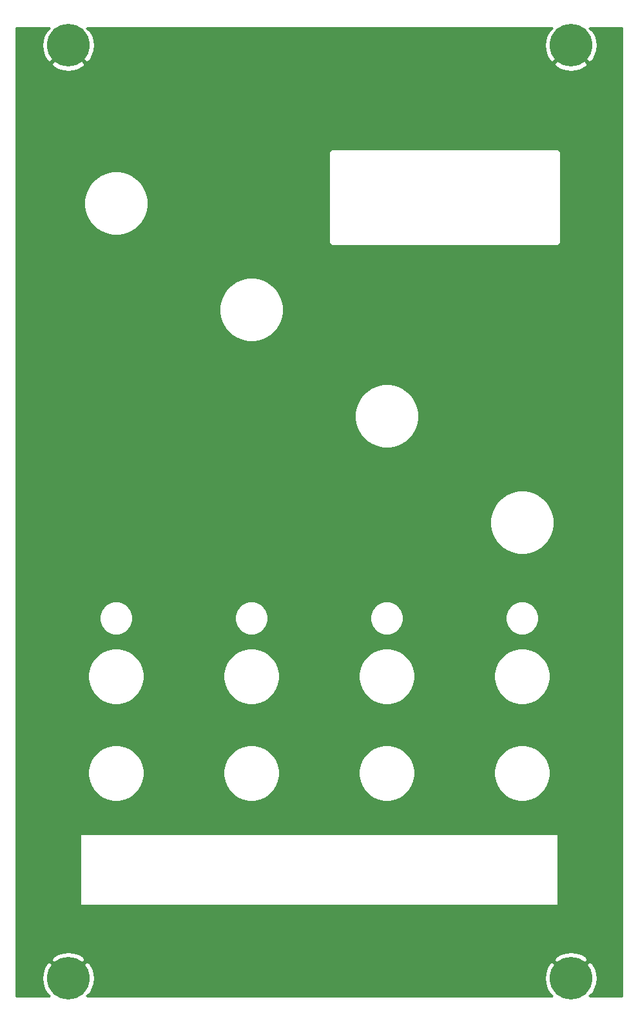
<source format=gbr>
G04 #@! TF.GenerationSoftware,KiCad,Pcbnew,5.1.6-c6e7f7d~87~ubuntu18.04.1*
G04 #@! TF.CreationDate,2020-08-19T11:01:40-04:00*
G04 #@! TF.ProjectId,qual_ADSR_front_panel,7175616c-5f41-4445-9352-5f66726f6e74,0*
G04 #@! TF.SameCoordinates,Original*
G04 #@! TF.FileFunction,Copper,L1,Top*
G04 #@! TF.FilePolarity,Positive*
%FSLAX46Y46*%
G04 Gerber Fmt 4.6, Leading zero omitted, Abs format (unit mm)*
G04 Created by KiCad (PCBNEW 5.1.6-c6e7f7d~87~ubuntu18.04.1) date 2020-08-19 11:01:40*
%MOMM*%
%LPD*%
G01*
G04 APERTURE LIST*
G04 #@! TA.AperFunction,ComponentPad*
%ADD10C,5.600000*%
G04 #@! TD*
G04 #@! TA.AperFunction,Conductor*
%ADD11C,0.254000*%
G04 #@! TD*
G04 APERTURE END LIST*
D10*
X73540000Y-125500000D03*
X73540000Y-3000000D03*
X7500000Y-125500000D03*
X7500000Y-3000000D03*
D11*
G36*
X5083517Y-763125D02*
G01*
X4634823Y-1075308D01*
X4314388Y-1671259D01*
X4116374Y-2318273D01*
X4048390Y-2991484D01*
X4113051Y-3665023D01*
X4307870Y-4313006D01*
X4625361Y-4910530D01*
X4634823Y-4924692D01*
X5083519Y-5236876D01*
X7320395Y-3000000D01*
X7306253Y-2985858D01*
X7485858Y-2806253D01*
X7500000Y-2820395D01*
X7514143Y-2806253D01*
X7693748Y-2985858D01*
X7679605Y-3000000D01*
X9916481Y-5236876D01*
X10365177Y-4924692D01*
X10685612Y-4328741D01*
X10883626Y-3681727D01*
X10951610Y-3008516D01*
X10886949Y-2334977D01*
X10692130Y-1686994D01*
X10374639Y-1089470D01*
X10365177Y-1075308D01*
X9916483Y-763125D01*
X10019608Y-660000D01*
X71020392Y-660000D01*
X71123517Y-763125D01*
X70674823Y-1075308D01*
X70354388Y-1671259D01*
X70156374Y-2318273D01*
X70088390Y-2991484D01*
X70153051Y-3665023D01*
X70347870Y-4313006D01*
X70665361Y-4910530D01*
X70674823Y-4924692D01*
X71123519Y-5236876D01*
X73360395Y-3000000D01*
X73346253Y-2985858D01*
X73525858Y-2806253D01*
X73540000Y-2820395D01*
X73554143Y-2806253D01*
X73733748Y-2985858D01*
X73719605Y-3000000D01*
X75956481Y-5236876D01*
X76405177Y-4924692D01*
X76725612Y-4328741D01*
X76923626Y-3681727D01*
X76991610Y-3008516D01*
X76926949Y-2334977D01*
X76732130Y-1686994D01*
X76414639Y-1089470D01*
X76405177Y-1075308D01*
X75956483Y-763125D01*
X76059608Y-660000D01*
X80240000Y-660000D01*
X80240001Y-127840000D01*
X76059608Y-127840000D01*
X75956483Y-127736875D01*
X76405177Y-127424692D01*
X76725612Y-126828741D01*
X76923626Y-126181727D01*
X76991610Y-125508516D01*
X76926949Y-124834977D01*
X76732130Y-124186994D01*
X76414639Y-123589470D01*
X76405177Y-123575308D01*
X75956481Y-123263124D01*
X73719605Y-125500000D01*
X73733748Y-125514143D01*
X73554143Y-125693748D01*
X73540000Y-125679605D01*
X73525858Y-125693748D01*
X73346253Y-125514143D01*
X73360395Y-125500000D01*
X71123519Y-123263124D01*
X70674823Y-123575308D01*
X70354388Y-124171259D01*
X70156374Y-124818273D01*
X70088390Y-125491484D01*
X70153051Y-126165023D01*
X70347870Y-126813006D01*
X70665361Y-127410530D01*
X70674823Y-127424692D01*
X71123517Y-127736875D01*
X71020392Y-127840000D01*
X10019608Y-127840000D01*
X9916483Y-127736875D01*
X10365177Y-127424692D01*
X10685612Y-126828741D01*
X10883626Y-126181727D01*
X10951610Y-125508516D01*
X10886949Y-124834977D01*
X10692130Y-124186994D01*
X10374639Y-123589470D01*
X10365177Y-123575308D01*
X9916481Y-123263124D01*
X7679605Y-125500000D01*
X7693748Y-125514143D01*
X7514143Y-125693748D01*
X7500000Y-125679605D01*
X7485858Y-125693748D01*
X7306253Y-125514143D01*
X7320395Y-125500000D01*
X5083519Y-123263124D01*
X4634823Y-123575308D01*
X4314388Y-124171259D01*
X4116374Y-124818273D01*
X4048390Y-125491484D01*
X4113051Y-126165023D01*
X4307870Y-126813006D01*
X4625361Y-127410530D01*
X4634823Y-127424692D01*
X5083517Y-127736875D01*
X4980392Y-127840000D01*
X660000Y-127840000D01*
X660000Y-123083519D01*
X5263124Y-123083519D01*
X7500000Y-125320395D01*
X9736876Y-123083519D01*
X71303124Y-123083519D01*
X73540000Y-125320395D01*
X75776876Y-123083519D01*
X75464692Y-122634823D01*
X74868741Y-122314388D01*
X74221727Y-122116374D01*
X73548516Y-122048390D01*
X72874977Y-122113051D01*
X72226994Y-122307870D01*
X71629470Y-122625361D01*
X71615308Y-122634823D01*
X71303124Y-123083519D01*
X9736876Y-123083519D01*
X9424692Y-122634823D01*
X8828741Y-122314388D01*
X8181727Y-122116374D01*
X7508516Y-122048390D01*
X6834977Y-122113051D01*
X6186994Y-122307870D01*
X5589470Y-122625361D01*
X5575308Y-122634823D01*
X5263124Y-123083519D01*
X660000Y-123083519D01*
X660000Y-106654600D01*
X9067800Y-106654600D01*
X9067800Y-115824000D01*
X9070240Y-115848776D01*
X9077467Y-115872601D01*
X9089203Y-115894557D01*
X9104997Y-115913803D01*
X9124243Y-115929597D01*
X9146199Y-115941333D01*
X9170024Y-115948560D01*
X9194800Y-115951000D01*
X71704200Y-115951000D01*
X71728976Y-115948560D01*
X71752801Y-115941333D01*
X71774757Y-115929597D01*
X71794003Y-115913803D01*
X71809797Y-115894557D01*
X71821533Y-115872601D01*
X71828760Y-115848776D01*
X71831200Y-115824000D01*
X71831200Y-106654600D01*
X71828760Y-106629824D01*
X71821533Y-106605999D01*
X71809797Y-106584043D01*
X71794003Y-106564797D01*
X71774757Y-106549003D01*
X71752801Y-106537267D01*
X71728976Y-106530040D01*
X71704200Y-106527600D01*
X9194800Y-106527600D01*
X9170024Y-106530040D01*
X9146199Y-106537267D01*
X9124243Y-106549003D01*
X9104997Y-106564797D01*
X9089203Y-106584043D01*
X9077467Y-106605999D01*
X9070240Y-106629824D01*
X9067800Y-106654600D01*
X660000Y-106654600D01*
X660000Y-98174396D01*
X10067961Y-98174396D01*
X10067961Y-98905604D01*
X10210613Y-99622762D01*
X10490434Y-100298310D01*
X10896671Y-100906287D01*
X11413713Y-101423329D01*
X12021690Y-101829566D01*
X12697238Y-102109387D01*
X13414396Y-102252039D01*
X14145604Y-102252039D01*
X14862762Y-102109387D01*
X15538310Y-101829566D01*
X16146287Y-101423329D01*
X16663329Y-100906287D01*
X17069566Y-100298310D01*
X17349387Y-99622762D01*
X17492039Y-98905604D01*
X17492039Y-98174396D01*
X27847961Y-98174396D01*
X27847961Y-98905604D01*
X27990613Y-99622762D01*
X28270434Y-100298310D01*
X28676671Y-100906287D01*
X29193713Y-101423329D01*
X29801690Y-101829566D01*
X30477238Y-102109387D01*
X31194396Y-102252039D01*
X31925604Y-102252039D01*
X32642762Y-102109387D01*
X33318310Y-101829566D01*
X33926287Y-101423329D01*
X34443329Y-100906287D01*
X34849566Y-100298310D01*
X35129387Y-99622762D01*
X35272039Y-98905604D01*
X35272039Y-98174396D01*
X45627961Y-98174396D01*
X45627961Y-98905604D01*
X45770613Y-99622762D01*
X46050434Y-100298310D01*
X46456671Y-100906287D01*
X46973713Y-101423329D01*
X47581690Y-101829566D01*
X48257238Y-102109387D01*
X48974396Y-102252039D01*
X49705604Y-102252039D01*
X50422762Y-102109387D01*
X51098310Y-101829566D01*
X51706287Y-101423329D01*
X52223329Y-100906287D01*
X52629566Y-100298310D01*
X52909387Y-99622762D01*
X53052039Y-98905604D01*
X53052039Y-98174396D01*
X63407961Y-98174396D01*
X63407961Y-98905604D01*
X63550613Y-99622762D01*
X63830434Y-100298310D01*
X64236671Y-100906287D01*
X64753713Y-101423329D01*
X65361690Y-101829566D01*
X66037238Y-102109387D01*
X66754396Y-102252039D01*
X67485604Y-102252039D01*
X68202762Y-102109387D01*
X68878310Y-101829566D01*
X69486287Y-101423329D01*
X70003329Y-100906287D01*
X70409566Y-100298310D01*
X70689387Y-99622762D01*
X70832039Y-98905604D01*
X70832039Y-98174396D01*
X70689387Y-97457238D01*
X70409566Y-96781690D01*
X70003329Y-96173713D01*
X69486287Y-95656671D01*
X68878310Y-95250434D01*
X68202762Y-94970613D01*
X67485604Y-94827961D01*
X66754396Y-94827961D01*
X66037238Y-94970613D01*
X65361690Y-95250434D01*
X64753713Y-95656671D01*
X64236671Y-96173713D01*
X63830434Y-96781690D01*
X63550613Y-97457238D01*
X63407961Y-98174396D01*
X53052039Y-98174396D01*
X52909387Y-97457238D01*
X52629566Y-96781690D01*
X52223329Y-96173713D01*
X51706287Y-95656671D01*
X51098310Y-95250434D01*
X50422762Y-94970613D01*
X49705604Y-94827961D01*
X48974396Y-94827961D01*
X48257238Y-94970613D01*
X47581690Y-95250434D01*
X46973713Y-95656671D01*
X46456671Y-96173713D01*
X46050434Y-96781690D01*
X45770613Y-97457238D01*
X45627961Y-98174396D01*
X35272039Y-98174396D01*
X35129387Y-97457238D01*
X34849566Y-96781690D01*
X34443329Y-96173713D01*
X33926287Y-95656671D01*
X33318310Y-95250434D01*
X32642762Y-94970613D01*
X31925604Y-94827961D01*
X31194396Y-94827961D01*
X30477238Y-94970613D01*
X29801690Y-95250434D01*
X29193713Y-95656671D01*
X28676671Y-96173713D01*
X28270434Y-96781690D01*
X27990613Y-97457238D01*
X27847961Y-98174396D01*
X17492039Y-98174396D01*
X17349387Y-97457238D01*
X17069566Y-96781690D01*
X16663329Y-96173713D01*
X16146287Y-95656671D01*
X15538310Y-95250434D01*
X14862762Y-94970613D01*
X14145604Y-94827961D01*
X13414396Y-94827961D01*
X12697238Y-94970613D01*
X12021690Y-95250434D01*
X11413713Y-95656671D01*
X10896671Y-96173713D01*
X10490434Y-96781690D01*
X10210613Y-97457238D01*
X10067961Y-98174396D01*
X660000Y-98174396D01*
X660000Y-85474396D01*
X10067961Y-85474396D01*
X10067961Y-86205604D01*
X10210613Y-86922762D01*
X10490434Y-87598310D01*
X10896671Y-88206287D01*
X11413713Y-88723329D01*
X12021690Y-89129566D01*
X12697238Y-89409387D01*
X13414396Y-89552039D01*
X14145604Y-89552039D01*
X14862762Y-89409387D01*
X15538310Y-89129566D01*
X16146287Y-88723329D01*
X16663329Y-88206287D01*
X17069566Y-87598310D01*
X17349387Y-86922762D01*
X17492039Y-86205604D01*
X17492039Y-85474396D01*
X27847961Y-85474396D01*
X27847961Y-86205604D01*
X27990613Y-86922762D01*
X28270434Y-87598310D01*
X28676671Y-88206287D01*
X29193713Y-88723329D01*
X29801690Y-89129566D01*
X30477238Y-89409387D01*
X31194396Y-89552039D01*
X31925604Y-89552039D01*
X32642762Y-89409387D01*
X33318310Y-89129566D01*
X33926287Y-88723329D01*
X34443329Y-88206287D01*
X34849566Y-87598310D01*
X35129387Y-86922762D01*
X35272039Y-86205604D01*
X35272039Y-85474396D01*
X45627961Y-85474396D01*
X45627961Y-86205604D01*
X45770613Y-86922762D01*
X46050434Y-87598310D01*
X46456671Y-88206287D01*
X46973713Y-88723329D01*
X47581690Y-89129566D01*
X48257238Y-89409387D01*
X48974396Y-89552039D01*
X49705604Y-89552039D01*
X50422762Y-89409387D01*
X51098310Y-89129566D01*
X51706287Y-88723329D01*
X52223329Y-88206287D01*
X52629566Y-87598310D01*
X52909387Y-86922762D01*
X53052039Y-86205604D01*
X53052039Y-85474396D01*
X63407961Y-85474396D01*
X63407961Y-86205604D01*
X63550613Y-86922762D01*
X63830434Y-87598310D01*
X64236671Y-88206287D01*
X64753713Y-88723329D01*
X65361690Y-89129566D01*
X66037238Y-89409387D01*
X66754396Y-89552039D01*
X67485604Y-89552039D01*
X68202762Y-89409387D01*
X68878310Y-89129566D01*
X69486287Y-88723329D01*
X70003329Y-88206287D01*
X70409566Y-87598310D01*
X70689387Y-86922762D01*
X70832039Y-86205604D01*
X70832039Y-85474396D01*
X70689387Y-84757238D01*
X70409566Y-84081690D01*
X70003329Y-83473713D01*
X69486287Y-82956671D01*
X68878310Y-82550434D01*
X68202762Y-82270613D01*
X67485604Y-82127961D01*
X66754396Y-82127961D01*
X66037238Y-82270613D01*
X65361690Y-82550434D01*
X64753713Y-82956671D01*
X64236671Y-83473713D01*
X63830434Y-84081690D01*
X63550613Y-84757238D01*
X63407961Y-85474396D01*
X53052039Y-85474396D01*
X52909387Y-84757238D01*
X52629566Y-84081690D01*
X52223329Y-83473713D01*
X51706287Y-82956671D01*
X51098310Y-82550434D01*
X50422762Y-82270613D01*
X49705604Y-82127961D01*
X48974396Y-82127961D01*
X48257238Y-82270613D01*
X47581690Y-82550434D01*
X46973713Y-82956671D01*
X46456671Y-83473713D01*
X46050434Y-84081690D01*
X45770613Y-84757238D01*
X45627961Y-85474396D01*
X35272039Y-85474396D01*
X35129387Y-84757238D01*
X34849566Y-84081690D01*
X34443329Y-83473713D01*
X33926287Y-82956671D01*
X33318310Y-82550434D01*
X32642762Y-82270613D01*
X31925604Y-82127961D01*
X31194396Y-82127961D01*
X30477238Y-82270613D01*
X29801690Y-82550434D01*
X29193713Y-82956671D01*
X28676671Y-83473713D01*
X28270434Y-84081690D01*
X27990613Y-84757238D01*
X27847961Y-85474396D01*
X17492039Y-85474396D01*
X17349387Y-84757238D01*
X17069566Y-84081690D01*
X16663329Y-83473713D01*
X16146287Y-82956671D01*
X15538310Y-82550434D01*
X14862762Y-82270613D01*
X14145604Y-82127961D01*
X13414396Y-82127961D01*
X12697238Y-82270613D01*
X12021690Y-82550434D01*
X11413713Y-82956671D01*
X10896671Y-83473713D01*
X10490434Y-84081690D01*
X10210613Y-84757238D01*
X10067961Y-85474396D01*
X660000Y-85474396D01*
X660000Y-78001422D01*
X11560738Y-78001422D01*
X11560738Y-78438578D01*
X11646023Y-78867335D01*
X11813316Y-79271215D01*
X12056187Y-79634697D01*
X12365303Y-79943813D01*
X12728785Y-80186684D01*
X13132665Y-80353977D01*
X13561422Y-80439262D01*
X13998578Y-80439262D01*
X14427335Y-80353977D01*
X14831215Y-80186684D01*
X15194697Y-79943813D01*
X15503813Y-79634697D01*
X15746684Y-79271215D01*
X15913977Y-78867335D01*
X15999262Y-78438578D01*
X15999262Y-78001422D01*
X29340738Y-78001422D01*
X29340738Y-78438578D01*
X29426023Y-78867335D01*
X29593316Y-79271215D01*
X29836187Y-79634697D01*
X30145303Y-79943813D01*
X30508785Y-80186684D01*
X30912665Y-80353977D01*
X31341422Y-80439262D01*
X31778578Y-80439262D01*
X32207335Y-80353977D01*
X32611215Y-80186684D01*
X32974697Y-79943813D01*
X33283813Y-79634697D01*
X33526684Y-79271215D01*
X33693977Y-78867335D01*
X33779262Y-78438578D01*
X33779262Y-78001422D01*
X47120738Y-78001422D01*
X47120738Y-78438578D01*
X47206023Y-78867335D01*
X47373316Y-79271215D01*
X47616187Y-79634697D01*
X47925303Y-79943813D01*
X48288785Y-80186684D01*
X48692665Y-80353977D01*
X49121422Y-80439262D01*
X49558578Y-80439262D01*
X49987335Y-80353977D01*
X50391215Y-80186684D01*
X50754697Y-79943813D01*
X51063813Y-79634697D01*
X51306684Y-79271215D01*
X51473977Y-78867335D01*
X51559262Y-78438578D01*
X51559262Y-78001422D01*
X64900738Y-78001422D01*
X64900738Y-78438578D01*
X64986023Y-78867335D01*
X65153316Y-79271215D01*
X65396187Y-79634697D01*
X65705303Y-79943813D01*
X66068785Y-80186684D01*
X66472665Y-80353977D01*
X66901422Y-80439262D01*
X67338578Y-80439262D01*
X67767335Y-80353977D01*
X68171215Y-80186684D01*
X68534697Y-79943813D01*
X68843813Y-79634697D01*
X69086684Y-79271215D01*
X69253977Y-78867335D01*
X69339262Y-78438578D01*
X69339262Y-78001422D01*
X69253977Y-77572665D01*
X69086684Y-77168785D01*
X68843813Y-76805303D01*
X68534697Y-76496187D01*
X68171215Y-76253316D01*
X67767335Y-76086023D01*
X67338578Y-76000738D01*
X66901422Y-76000738D01*
X66472665Y-76086023D01*
X66068785Y-76253316D01*
X65705303Y-76496187D01*
X65396187Y-76805303D01*
X65153316Y-77168785D01*
X64986023Y-77572665D01*
X64900738Y-78001422D01*
X51559262Y-78001422D01*
X51473977Y-77572665D01*
X51306684Y-77168785D01*
X51063813Y-76805303D01*
X50754697Y-76496187D01*
X50391215Y-76253316D01*
X49987335Y-76086023D01*
X49558578Y-76000738D01*
X49121422Y-76000738D01*
X48692665Y-76086023D01*
X48288785Y-76253316D01*
X47925303Y-76496187D01*
X47616187Y-76805303D01*
X47373316Y-77168785D01*
X47206023Y-77572665D01*
X47120738Y-78001422D01*
X33779262Y-78001422D01*
X33693977Y-77572665D01*
X33526684Y-77168785D01*
X33283813Y-76805303D01*
X32974697Y-76496187D01*
X32611215Y-76253316D01*
X32207335Y-76086023D01*
X31778578Y-76000738D01*
X31341422Y-76000738D01*
X30912665Y-76086023D01*
X30508785Y-76253316D01*
X30145303Y-76496187D01*
X29836187Y-76805303D01*
X29593316Y-77168785D01*
X29426023Y-77572665D01*
X29340738Y-78001422D01*
X15999262Y-78001422D01*
X15913977Y-77572665D01*
X15746684Y-77168785D01*
X15503813Y-76805303D01*
X15194697Y-76496187D01*
X14831215Y-76253316D01*
X14427335Y-76086023D01*
X13998578Y-76000738D01*
X13561422Y-76000738D01*
X13132665Y-76086023D01*
X12728785Y-76253316D01*
X12365303Y-76496187D01*
X12056187Y-76805303D01*
X11813316Y-77168785D01*
X11646023Y-77572665D01*
X11560738Y-78001422D01*
X660000Y-78001422D01*
X660000Y-65232387D01*
X62910369Y-65232387D01*
X62910369Y-66061613D01*
X63072142Y-66874904D01*
X63389473Y-67641008D01*
X63850166Y-68330484D01*
X64436516Y-68916834D01*
X65125992Y-69377527D01*
X65892096Y-69694858D01*
X66705387Y-69856631D01*
X67534613Y-69856631D01*
X68347904Y-69694858D01*
X69114008Y-69377527D01*
X69803484Y-68916834D01*
X70389834Y-68330484D01*
X70850527Y-67641008D01*
X71167858Y-66874904D01*
X71329631Y-66061613D01*
X71329631Y-65232387D01*
X71167858Y-64419096D01*
X70850527Y-63652992D01*
X70389834Y-62963516D01*
X69803484Y-62377166D01*
X69114008Y-61916473D01*
X68347904Y-61599142D01*
X67534613Y-61437369D01*
X66705387Y-61437369D01*
X65892096Y-61599142D01*
X65125992Y-61916473D01*
X64436516Y-62377166D01*
X63850166Y-62963516D01*
X63389473Y-63652992D01*
X63072142Y-64419096D01*
X62910369Y-65232387D01*
X660000Y-65232387D01*
X660000Y-51262387D01*
X45130369Y-51262387D01*
X45130369Y-52091613D01*
X45292142Y-52904904D01*
X45609473Y-53671008D01*
X46070166Y-54360484D01*
X46656516Y-54946834D01*
X47345992Y-55407527D01*
X48112096Y-55724858D01*
X48925387Y-55886631D01*
X49754613Y-55886631D01*
X50567904Y-55724858D01*
X51334008Y-55407527D01*
X52023484Y-54946834D01*
X52609834Y-54360484D01*
X53070527Y-53671008D01*
X53387858Y-52904904D01*
X53549631Y-52091613D01*
X53549631Y-51262387D01*
X53387858Y-50449096D01*
X53070527Y-49682992D01*
X52609834Y-48993516D01*
X52023484Y-48407166D01*
X51334008Y-47946473D01*
X50567904Y-47629142D01*
X49754613Y-47467369D01*
X48925387Y-47467369D01*
X48112096Y-47629142D01*
X47345992Y-47946473D01*
X46656516Y-48407166D01*
X46070166Y-48993516D01*
X45609473Y-49682992D01*
X45292142Y-50449096D01*
X45130369Y-51262387D01*
X660000Y-51262387D01*
X660000Y-37292387D01*
X27350369Y-37292387D01*
X27350369Y-38121613D01*
X27512142Y-38934904D01*
X27829473Y-39701008D01*
X28290166Y-40390484D01*
X28876516Y-40976834D01*
X29565992Y-41437527D01*
X30332096Y-41754858D01*
X31145387Y-41916631D01*
X31974613Y-41916631D01*
X32787904Y-41754858D01*
X33554008Y-41437527D01*
X34243484Y-40976834D01*
X34829834Y-40390484D01*
X35290527Y-39701008D01*
X35607858Y-38934904D01*
X35769631Y-38121613D01*
X35769631Y-37292387D01*
X35607858Y-36479096D01*
X35290527Y-35712992D01*
X34829834Y-35023516D01*
X34243484Y-34437166D01*
X33554008Y-33976473D01*
X32787904Y-33659142D01*
X31974613Y-33497369D01*
X31145387Y-33497369D01*
X30332096Y-33659142D01*
X29565992Y-33976473D01*
X28876516Y-34437166D01*
X28290166Y-35023516D01*
X27829473Y-35712992D01*
X27512142Y-36479096D01*
X27350369Y-37292387D01*
X660000Y-37292387D01*
X660000Y-23322387D01*
X9570369Y-23322387D01*
X9570369Y-24151613D01*
X9732142Y-24964904D01*
X10049473Y-25731008D01*
X10510166Y-26420484D01*
X11096516Y-27006834D01*
X11785992Y-27467527D01*
X12552096Y-27784858D01*
X13365387Y-27946631D01*
X14194613Y-27946631D01*
X15007904Y-27784858D01*
X15774008Y-27467527D01*
X16463484Y-27006834D01*
X17049834Y-26420484D01*
X17510527Y-25731008D01*
X17827858Y-24964904D01*
X17989631Y-24151613D01*
X17989631Y-23322387D01*
X17827858Y-22509096D01*
X17510527Y-21742992D01*
X17049834Y-21053516D01*
X16463484Y-20467166D01*
X15774008Y-20006473D01*
X15007904Y-19689142D01*
X14194613Y-19527369D01*
X13365387Y-19527369D01*
X12552096Y-19689142D01*
X11785992Y-20006473D01*
X11096516Y-20467166D01*
X10510166Y-21053516D01*
X10049473Y-21742992D01*
X9732142Y-22509096D01*
X9570369Y-23322387D01*
X660000Y-23322387D01*
X660000Y-17260000D01*
X41691807Y-17260000D01*
X41695000Y-17292419D01*
X41695001Y-28657571D01*
X41691807Y-28690000D01*
X41704550Y-28819383D01*
X41742290Y-28943793D01*
X41803575Y-29058450D01*
X41886052Y-29158948D01*
X41986550Y-29241425D01*
X42101207Y-29302710D01*
X42225617Y-29340450D01*
X42322581Y-29350000D01*
X42355000Y-29353193D01*
X42387419Y-29350000D01*
X71532581Y-29350000D01*
X71565000Y-29353193D01*
X71597419Y-29350000D01*
X71694383Y-29340450D01*
X71818793Y-29302710D01*
X71933450Y-29241425D01*
X72033948Y-29158948D01*
X72116425Y-29058450D01*
X72177710Y-28943793D01*
X72215450Y-28819383D01*
X72228193Y-28690000D01*
X72225000Y-28657581D01*
X72225000Y-17292419D01*
X72228193Y-17260000D01*
X72215450Y-17130617D01*
X72177710Y-17006207D01*
X72116425Y-16891550D01*
X72033948Y-16791052D01*
X71933450Y-16708575D01*
X71818793Y-16647290D01*
X71694383Y-16609550D01*
X71597419Y-16600000D01*
X71565000Y-16596807D01*
X71532581Y-16600000D01*
X42387419Y-16600000D01*
X42355000Y-16596807D01*
X42322581Y-16600000D01*
X42225617Y-16609550D01*
X42101207Y-16647290D01*
X41986550Y-16708575D01*
X41886052Y-16791052D01*
X41803575Y-16891550D01*
X41742290Y-17006207D01*
X41704550Y-17130617D01*
X41691807Y-17260000D01*
X660000Y-17260000D01*
X660000Y-5416481D01*
X5263124Y-5416481D01*
X5575308Y-5865177D01*
X6171259Y-6185612D01*
X6818273Y-6383626D01*
X7491484Y-6451610D01*
X8165023Y-6386949D01*
X8813006Y-6192130D01*
X9410530Y-5874639D01*
X9424692Y-5865177D01*
X9736876Y-5416481D01*
X71303124Y-5416481D01*
X71615308Y-5865177D01*
X72211259Y-6185612D01*
X72858273Y-6383626D01*
X73531484Y-6451610D01*
X74205023Y-6386949D01*
X74853006Y-6192130D01*
X75450530Y-5874639D01*
X75464692Y-5865177D01*
X75776876Y-5416481D01*
X73540000Y-3179605D01*
X71303124Y-5416481D01*
X9736876Y-5416481D01*
X7500000Y-3179605D01*
X5263124Y-5416481D01*
X660000Y-5416481D01*
X660000Y-660000D01*
X4980392Y-660000D01*
X5083517Y-763125D01*
G37*
X5083517Y-763125D02*
X4634823Y-1075308D01*
X4314388Y-1671259D01*
X4116374Y-2318273D01*
X4048390Y-2991484D01*
X4113051Y-3665023D01*
X4307870Y-4313006D01*
X4625361Y-4910530D01*
X4634823Y-4924692D01*
X5083519Y-5236876D01*
X7320395Y-3000000D01*
X7306253Y-2985858D01*
X7485858Y-2806253D01*
X7500000Y-2820395D01*
X7514143Y-2806253D01*
X7693748Y-2985858D01*
X7679605Y-3000000D01*
X9916481Y-5236876D01*
X10365177Y-4924692D01*
X10685612Y-4328741D01*
X10883626Y-3681727D01*
X10951610Y-3008516D01*
X10886949Y-2334977D01*
X10692130Y-1686994D01*
X10374639Y-1089470D01*
X10365177Y-1075308D01*
X9916483Y-763125D01*
X10019608Y-660000D01*
X71020392Y-660000D01*
X71123517Y-763125D01*
X70674823Y-1075308D01*
X70354388Y-1671259D01*
X70156374Y-2318273D01*
X70088390Y-2991484D01*
X70153051Y-3665023D01*
X70347870Y-4313006D01*
X70665361Y-4910530D01*
X70674823Y-4924692D01*
X71123519Y-5236876D01*
X73360395Y-3000000D01*
X73346253Y-2985858D01*
X73525858Y-2806253D01*
X73540000Y-2820395D01*
X73554143Y-2806253D01*
X73733748Y-2985858D01*
X73719605Y-3000000D01*
X75956481Y-5236876D01*
X76405177Y-4924692D01*
X76725612Y-4328741D01*
X76923626Y-3681727D01*
X76991610Y-3008516D01*
X76926949Y-2334977D01*
X76732130Y-1686994D01*
X76414639Y-1089470D01*
X76405177Y-1075308D01*
X75956483Y-763125D01*
X76059608Y-660000D01*
X80240000Y-660000D01*
X80240001Y-127840000D01*
X76059608Y-127840000D01*
X75956483Y-127736875D01*
X76405177Y-127424692D01*
X76725612Y-126828741D01*
X76923626Y-126181727D01*
X76991610Y-125508516D01*
X76926949Y-124834977D01*
X76732130Y-124186994D01*
X76414639Y-123589470D01*
X76405177Y-123575308D01*
X75956481Y-123263124D01*
X73719605Y-125500000D01*
X73733748Y-125514143D01*
X73554143Y-125693748D01*
X73540000Y-125679605D01*
X73525858Y-125693748D01*
X73346253Y-125514143D01*
X73360395Y-125500000D01*
X71123519Y-123263124D01*
X70674823Y-123575308D01*
X70354388Y-124171259D01*
X70156374Y-124818273D01*
X70088390Y-125491484D01*
X70153051Y-126165023D01*
X70347870Y-126813006D01*
X70665361Y-127410530D01*
X70674823Y-127424692D01*
X71123517Y-127736875D01*
X71020392Y-127840000D01*
X10019608Y-127840000D01*
X9916483Y-127736875D01*
X10365177Y-127424692D01*
X10685612Y-126828741D01*
X10883626Y-126181727D01*
X10951610Y-125508516D01*
X10886949Y-124834977D01*
X10692130Y-124186994D01*
X10374639Y-123589470D01*
X10365177Y-123575308D01*
X9916481Y-123263124D01*
X7679605Y-125500000D01*
X7693748Y-125514143D01*
X7514143Y-125693748D01*
X7500000Y-125679605D01*
X7485858Y-125693748D01*
X7306253Y-125514143D01*
X7320395Y-125500000D01*
X5083519Y-123263124D01*
X4634823Y-123575308D01*
X4314388Y-124171259D01*
X4116374Y-124818273D01*
X4048390Y-125491484D01*
X4113051Y-126165023D01*
X4307870Y-126813006D01*
X4625361Y-127410530D01*
X4634823Y-127424692D01*
X5083517Y-127736875D01*
X4980392Y-127840000D01*
X660000Y-127840000D01*
X660000Y-123083519D01*
X5263124Y-123083519D01*
X7500000Y-125320395D01*
X9736876Y-123083519D01*
X71303124Y-123083519D01*
X73540000Y-125320395D01*
X75776876Y-123083519D01*
X75464692Y-122634823D01*
X74868741Y-122314388D01*
X74221727Y-122116374D01*
X73548516Y-122048390D01*
X72874977Y-122113051D01*
X72226994Y-122307870D01*
X71629470Y-122625361D01*
X71615308Y-122634823D01*
X71303124Y-123083519D01*
X9736876Y-123083519D01*
X9424692Y-122634823D01*
X8828741Y-122314388D01*
X8181727Y-122116374D01*
X7508516Y-122048390D01*
X6834977Y-122113051D01*
X6186994Y-122307870D01*
X5589470Y-122625361D01*
X5575308Y-122634823D01*
X5263124Y-123083519D01*
X660000Y-123083519D01*
X660000Y-106654600D01*
X9067800Y-106654600D01*
X9067800Y-115824000D01*
X9070240Y-115848776D01*
X9077467Y-115872601D01*
X9089203Y-115894557D01*
X9104997Y-115913803D01*
X9124243Y-115929597D01*
X9146199Y-115941333D01*
X9170024Y-115948560D01*
X9194800Y-115951000D01*
X71704200Y-115951000D01*
X71728976Y-115948560D01*
X71752801Y-115941333D01*
X71774757Y-115929597D01*
X71794003Y-115913803D01*
X71809797Y-115894557D01*
X71821533Y-115872601D01*
X71828760Y-115848776D01*
X71831200Y-115824000D01*
X71831200Y-106654600D01*
X71828760Y-106629824D01*
X71821533Y-106605999D01*
X71809797Y-106584043D01*
X71794003Y-106564797D01*
X71774757Y-106549003D01*
X71752801Y-106537267D01*
X71728976Y-106530040D01*
X71704200Y-106527600D01*
X9194800Y-106527600D01*
X9170024Y-106530040D01*
X9146199Y-106537267D01*
X9124243Y-106549003D01*
X9104997Y-106564797D01*
X9089203Y-106584043D01*
X9077467Y-106605999D01*
X9070240Y-106629824D01*
X9067800Y-106654600D01*
X660000Y-106654600D01*
X660000Y-98174396D01*
X10067961Y-98174396D01*
X10067961Y-98905604D01*
X10210613Y-99622762D01*
X10490434Y-100298310D01*
X10896671Y-100906287D01*
X11413713Y-101423329D01*
X12021690Y-101829566D01*
X12697238Y-102109387D01*
X13414396Y-102252039D01*
X14145604Y-102252039D01*
X14862762Y-102109387D01*
X15538310Y-101829566D01*
X16146287Y-101423329D01*
X16663329Y-100906287D01*
X17069566Y-100298310D01*
X17349387Y-99622762D01*
X17492039Y-98905604D01*
X17492039Y-98174396D01*
X27847961Y-98174396D01*
X27847961Y-98905604D01*
X27990613Y-99622762D01*
X28270434Y-100298310D01*
X28676671Y-100906287D01*
X29193713Y-101423329D01*
X29801690Y-101829566D01*
X30477238Y-102109387D01*
X31194396Y-102252039D01*
X31925604Y-102252039D01*
X32642762Y-102109387D01*
X33318310Y-101829566D01*
X33926287Y-101423329D01*
X34443329Y-100906287D01*
X34849566Y-100298310D01*
X35129387Y-99622762D01*
X35272039Y-98905604D01*
X35272039Y-98174396D01*
X45627961Y-98174396D01*
X45627961Y-98905604D01*
X45770613Y-99622762D01*
X46050434Y-100298310D01*
X46456671Y-100906287D01*
X46973713Y-101423329D01*
X47581690Y-101829566D01*
X48257238Y-102109387D01*
X48974396Y-102252039D01*
X49705604Y-102252039D01*
X50422762Y-102109387D01*
X51098310Y-101829566D01*
X51706287Y-101423329D01*
X52223329Y-100906287D01*
X52629566Y-100298310D01*
X52909387Y-99622762D01*
X53052039Y-98905604D01*
X53052039Y-98174396D01*
X63407961Y-98174396D01*
X63407961Y-98905604D01*
X63550613Y-99622762D01*
X63830434Y-100298310D01*
X64236671Y-100906287D01*
X64753713Y-101423329D01*
X65361690Y-101829566D01*
X66037238Y-102109387D01*
X66754396Y-102252039D01*
X67485604Y-102252039D01*
X68202762Y-102109387D01*
X68878310Y-101829566D01*
X69486287Y-101423329D01*
X70003329Y-100906287D01*
X70409566Y-100298310D01*
X70689387Y-99622762D01*
X70832039Y-98905604D01*
X70832039Y-98174396D01*
X70689387Y-97457238D01*
X70409566Y-96781690D01*
X70003329Y-96173713D01*
X69486287Y-95656671D01*
X68878310Y-95250434D01*
X68202762Y-94970613D01*
X67485604Y-94827961D01*
X66754396Y-94827961D01*
X66037238Y-94970613D01*
X65361690Y-95250434D01*
X64753713Y-95656671D01*
X64236671Y-96173713D01*
X63830434Y-96781690D01*
X63550613Y-97457238D01*
X63407961Y-98174396D01*
X53052039Y-98174396D01*
X52909387Y-97457238D01*
X52629566Y-96781690D01*
X52223329Y-96173713D01*
X51706287Y-95656671D01*
X51098310Y-95250434D01*
X50422762Y-94970613D01*
X49705604Y-94827961D01*
X48974396Y-94827961D01*
X48257238Y-94970613D01*
X47581690Y-95250434D01*
X46973713Y-95656671D01*
X46456671Y-96173713D01*
X46050434Y-96781690D01*
X45770613Y-97457238D01*
X45627961Y-98174396D01*
X35272039Y-98174396D01*
X35129387Y-97457238D01*
X34849566Y-96781690D01*
X34443329Y-96173713D01*
X33926287Y-95656671D01*
X33318310Y-95250434D01*
X32642762Y-94970613D01*
X31925604Y-94827961D01*
X31194396Y-94827961D01*
X30477238Y-94970613D01*
X29801690Y-95250434D01*
X29193713Y-95656671D01*
X28676671Y-96173713D01*
X28270434Y-96781690D01*
X27990613Y-97457238D01*
X27847961Y-98174396D01*
X17492039Y-98174396D01*
X17349387Y-97457238D01*
X17069566Y-96781690D01*
X16663329Y-96173713D01*
X16146287Y-95656671D01*
X15538310Y-95250434D01*
X14862762Y-94970613D01*
X14145604Y-94827961D01*
X13414396Y-94827961D01*
X12697238Y-94970613D01*
X12021690Y-95250434D01*
X11413713Y-95656671D01*
X10896671Y-96173713D01*
X10490434Y-96781690D01*
X10210613Y-97457238D01*
X10067961Y-98174396D01*
X660000Y-98174396D01*
X660000Y-85474396D01*
X10067961Y-85474396D01*
X10067961Y-86205604D01*
X10210613Y-86922762D01*
X10490434Y-87598310D01*
X10896671Y-88206287D01*
X11413713Y-88723329D01*
X12021690Y-89129566D01*
X12697238Y-89409387D01*
X13414396Y-89552039D01*
X14145604Y-89552039D01*
X14862762Y-89409387D01*
X15538310Y-89129566D01*
X16146287Y-88723329D01*
X16663329Y-88206287D01*
X17069566Y-87598310D01*
X17349387Y-86922762D01*
X17492039Y-86205604D01*
X17492039Y-85474396D01*
X27847961Y-85474396D01*
X27847961Y-86205604D01*
X27990613Y-86922762D01*
X28270434Y-87598310D01*
X28676671Y-88206287D01*
X29193713Y-88723329D01*
X29801690Y-89129566D01*
X30477238Y-89409387D01*
X31194396Y-89552039D01*
X31925604Y-89552039D01*
X32642762Y-89409387D01*
X33318310Y-89129566D01*
X33926287Y-88723329D01*
X34443329Y-88206287D01*
X34849566Y-87598310D01*
X35129387Y-86922762D01*
X35272039Y-86205604D01*
X35272039Y-85474396D01*
X45627961Y-85474396D01*
X45627961Y-86205604D01*
X45770613Y-86922762D01*
X46050434Y-87598310D01*
X46456671Y-88206287D01*
X46973713Y-88723329D01*
X47581690Y-89129566D01*
X48257238Y-89409387D01*
X48974396Y-89552039D01*
X49705604Y-89552039D01*
X50422762Y-89409387D01*
X51098310Y-89129566D01*
X51706287Y-88723329D01*
X52223329Y-88206287D01*
X52629566Y-87598310D01*
X52909387Y-86922762D01*
X53052039Y-86205604D01*
X53052039Y-85474396D01*
X63407961Y-85474396D01*
X63407961Y-86205604D01*
X63550613Y-86922762D01*
X63830434Y-87598310D01*
X64236671Y-88206287D01*
X64753713Y-88723329D01*
X65361690Y-89129566D01*
X66037238Y-89409387D01*
X66754396Y-89552039D01*
X67485604Y-89552039D01*
X68202762Y-89409387D01*
X68878310Y-89129566D01*
X69486287Y-88723329D01*
X70003329Y-88206287D01*
X70409566Y-87598310D01*
X70689387Y-86922762D01*
X70832039Y-86205604D01*
X70832039Y-85474396D01*
X70689387Y-84757238D01*
X70409566Y-84081690D01*
X70003329Y-83473713D01*
X69486287Y-82956671D01*
X68878310Y-82550434D01*
X68202762Y-82270613D01*
X67485604Y-82127961D01*
X66754396Y-82127961D01*
X66037238Y-82270613D01*
X65361690Y-82550434D01*
X64753713Y-82956671D01*
X64236671Y-83473713D01*
X63830434Y-84081690D01*
X63550613Y-84757238D01*
X63407961Y-85474396D01*
X53052039Y-85474396D01*
X52909387Y-84757238D01*
X52629566Y-84081690D01*
X52223329Y-83473713D01*
X51706287Y-82956671D01*
X51098310Y-82550434D01*
X50422762Y-82270613D01*
X49705604Y-82127961D01*
X48974396Y-82127961D01*
X48257238Y-82270613D01*
X47581690Y-82550434D01*
X46973713Y-82956671D01*
X46456671Y-83473713D01*
X46050434Y-84081690D01*
X45770613Y-84757238D01*
X45627961Y-85474396D01*
X35272039Y-85474396D01*
X35129387Y-84757238D01*
X34849566Y-84081690D01*
X34443329Y-83473713D01*
X33926287Y-82956671D01*
X33318310Y-82550434D01*
X32642762Y-82270613D01*
X31925604Y-82127961D01*
X31194396Y-82127961D01*
X30477238Y-82270613D01*
X29801690Y-82550434D01*
X29193713Y-82956671D01*
X28676671Y-83473713D01*
X28270434Y-84081690D01*
X27990613Y-84757238D01*
X27847961Y-85474396D01*
X17492039Y-85474396D01*
X17349387Y-84757238D01*
X17069566Y-84081690D01*
X16663329Y-83473713D01*
X16146287Y-82956671D01*
X15538310Y-82550434D01*
X14862762Y-82270613D01*
X14145604Y-82127961D01*
X13414396Y-82127961D01*
X12697238Y-82270613D01*
X12021690Y-82550434D01*
X11413713Y-82956671D01*
X10896671Y-83473713D01*
X10490434Y-84081690D01*
X10210613Y-84757238D01*
X10067961Y-85474396D01*
X660000Y-85474396D01*
X660000Y-78001422D01*
X11560738Y-78001422D01*
X11560738Y-78438578D01*
X11646023Y-78867335D01*
X11813316Y-79271215D01*
X12056187Y-79634697D01*
X12365303Y-79943813D01*
X12728785Y-80186684D01*
X13132665Y-80353977D01*
X13561422Y-80439262D01*
X13998578Y-80439262D01*
X14427335Y-80353977D01*
X14831215Y-80186684D01*
X15194697Y-79943813D01*
X15503813Y-79634697D01*
X15746684Y-79271215D01*
X15913977Y-78867335D01*
X15999262Y-78438578D01*
X15999262Y-78001422D01*
X29340738Y-78001422D01*
X29340738Y-78438578D01*
X29426023Y-78867335D01*
X29593316Y-79271215D01*
X29836187Y-79634697D01*
X30145303Y-79943813D01*
X30508785Y-80186684D01*
X30912665Y-80353977D01*
X31341422Y-80439262D01*
X31778578Y-80439262D01*
X32207335Y-80353977D01*
X32611215Y-80186684D01*
X32974697Y-79943813D01*
X33283813Y-79634697D01*
X33526684Y-79271215D01*
X33693977Y-78867335D01*
X33779262Y-78438578D01*
X33779262Y-78001422D01*
X47120738Y-78001422D01*
X47120738Y-78438578D01*
X47206023Y-78867335D01*
X47373316Y-79271215D01*
X47616187Y-79634697D01*
X47925303Y-79943813D01*
X48288785Y-80186684D01*
X48692665Y-80353977D01*
X49121422Y-80439262D01*
X49558578Y-80439262D01*
X49987335Y-80353977D01*
X50391215Y-80186684D01*
X50754697Y-79943813D01*
X51063813Y-79634697D01*
X51306684Y-79271215D01*
X51473977Y-78867335D01*
X51559262Y-78438578D01*
X51559262Y-78001422D01*
X64900738Y-78001422D01*
X64900738Y-78438578D01*
X64986023Y-78867335D01*
X65153316Y-79271215D01*
X65396187Y-79634697D01*
X65705303Y-79943813D01*
X66068785Y-80186684D01*
X66472665Y-80353977D01*
X66901422Y-80439262D01*
X67338578Y-80439262D01*
X67767335Y-80353977D01*
X68171215Y-80186684D01*
X68534697Y-79943813D01*
X68843813Y-79634697D01*
X69086684Y-79271215D01*
X69253977Y-78867335D01*
X69339262Y-78438578D01*
X69339262Y-78001422D01*
X69253977Y-77572665D01*
X69086684Y-77168785D01*
X68843813Y-76805303D01*
X68534697Y-76496187D01*
X68171215Y-76253316D01*
X67767335Y-76086023D01*
X67338578Y-76000738D01*
X66901422Y-76000738D01*
X66472665Y-76086023D01*
X66068785Y-76253316D01*
X65705303Y-76496187D01*
X65396187Y-76805303D01*
X65153316Y-77168785D01*
X64986023Y-77572665D01*
X64900738Y-78001422D01*
X51559262Y-78001422D01*
X51473977Y-77572665D01*
X51306684Y-77168785D01*
X51063813Y-76805303D01*
X50754697Y-76496187D01*
X50391215Y-76253316D01*
X49987335Y-76086023D01*
X49558578Y-76000738D01*
X49121422Y-76000738D01*
X48692665Y-76086023D01*
X48288785Y-76253316D01*
X47925303Y-76496187D01*
X47616187Y-76805303D01*
X47373316Y-77168785D01*
X47206023Y-77572665D01*
X47120738Y-78001422D01*
X33779262Y-78001422D01*
X33693977Y-77572665D01*
X33526684Y-77168785D01*
X33283813Y-76805303D01*
X32974697Y-76496187D01*
X32611215Y-76253316D01*
X32207335Y-76086023D01*
X31778578Y-76000738D01*
X31341422Y-76000738D01*
X30912665Y-76086023D01*
X30508785Y-76253316D01*
X30145303Y-76496187D01*
X29836187Y-76805303D01*
X29593316Y-77168785D01*
X29426023Y-77572665D01*
X29340738Y-78001422D01*
X15999262Y-78001422D01*
X15913977Y-77572665D01*
X15746684Y-77168785D01*
X15503813Y-76805303D01*
X15194697Y-76496187D01*
X14831215Y-76253316D01*
X14427335Y-76086023D01*
X13998578Y-76000738D01*
X13561422Y-76000738D01*
X13132665Y-76086023D01*
X12728785Y-76253316D01*
X12365303Y-76496187D01*
X12056187Y-76805303D01*
X11813316Y-77168785D01*
X11646023Y-77572665D01*
X11560738Y-78001422D01*
X660000Y-78001422D01*
X660000Y-65232387D01*
X62910369Y-65232387D01*
X62910369Y-66061613D01*
X63072142Y-66874904D01*
X63389473Y-67641008D01*
X63850166Y-68330484D01*
X64436516Y-68916834D01*
X65125992Y-69377527D01*
X65892096Y-69694858D01*
X66705387Y-69856631D01*
X67534613Y-69856631D01*
X68347904Y-69694858D01*
X69114008Y-69377527D01*
X69803484Y-68916834D01*
X70389834Y-68330484D01*
X70850527Y-67641008D01*
X71167858Y-66874904D01*
X71329631Y-66061613D01*
X71329631Y-65232387D01*
X71167858Y-64419096D01*
X70850527Y-63652992D01*
X70389834Y-62963516D01*
X69803484Y-62377166D01*
X69114008Y-61916473D01*
X68347904Y-61599142D01*
X67534613Y-61437369D01*
X66705387Y-61437369D01*
X65892096Y-61599142D01*
X65125992Y-61916473D01*
X64436516Y-62377166D01*
X63850166Y-62963516D01*
X63389473Y-63652992D01*
X63072142Y-64419096D01*
X62910369Y-65232387D01*
X660000Y-65232387D01*
X660000Y-51262387D01*
X45130369Y-51262387D01*
X45130369Y-52091613D01*
X45292142Y-52904904D01*
X45609473Y-53671008D01*
X46070166Y-54360484D01*
X46656516Y-54946834D01*
X47345992Y-55407527D01*
X48112096Y-55724858D01*
X48925387Y-55886631D01*
X49754613Y-55886631D01*
X50567904Y-55724858D01*
X51334008Y-55407527D01*
X52023484Y-54946834D01*
X52609834Y-54360484D01*
X53070527Y-53671008D01*
X53387858Y-52904904D01*
X53549631Y-52091613D01*
X53549631Y-51262387D01*
X53387858Y-50449096D01*
X53070527Y-49682992D01*
X52609834Y-48993516D01*
X52023484Y-48407166D01*
X51334008Y-47946473D01*
X50567904Y-47629142D01*
X49754613Y-47467369D01*
X48925387Y-47467369D01*
X48112096Y-47629142D01*
X47345992Y-47946473D01*
X46656516Y-48407166D01*
X46070166Y-48993516D01*
X45609473Y-49682992D01*
X45292142Y-50449096D01*
X45130369Y-51262387D01*
X660000Y-51262387D01*
X660000Y-37292387D01*
X27350369Y-37292387D01*
X27350369Y-38121613D01*
X27512142Y-38934904D01*
X27829473Y-39701008D01*
X28290166Y-40390484D01*
X28876516Y-40976834D01*
X29565992Y-41437527D01*
X30332096Y-41754858D01*
X31145387Y-41916631D01*
X31974613Y-41916631D01*
X32787904Y-41754858D01*
X33554008Y-41437527D01*
X34243484Y-40976834D01*
X34829834Y-40390484D01*
X35290527Y-39701008D01*
X35607858Y-38934904D01*
X35769631Y-38121613D01*
X35769631Y-37292387D01*
X35607858Y-36479096D01*
X35290527Y-35712992D01*
X34829834Y-35023516D01*
X34243484Y-34437166D01*
X33554008Y-33976473D01*
X32787904Y-33659142D01*
X31974613Y-33497369D01*
X31145387Y-33497369D01*
X30332096Y-33659142D01*
X29565992Y-33976473D01*
X28876516Y-34437166D01*
X28290166Y-35023516D01*
X27829473Y-35712992D01*
X27512142Y-36479096D01*
X27350369Y-37292387D01*
X660000Y-37292387D01*
X660000Y-23322387D01*
X9570369Y-23322387D01*
X9570369Y-24151613D01*
X9732142Y-24964904D01*
X10049473Y-25731008D01*
X10510166Y-26420484D01*
X11096516Y-27006834D01*
X11785992Y-27467527D01*
X12552096Y-27784858D01*
X13365387Y-27946631D01*
X14194613Y-27946631D01*
X15007904Y-27784858D01*
X15774008Y-27467527D01*
X16463484Y-27006834D01*
X17049834Y-26420484D01*
X17510527Y-25731008D01*
X17827858Y-24964904D01*
X17989631Y-24151613D01*
X17989631Y-23322387D01*
X17827858Y-22509096D01*
X17510527Y-21742992D01*
X17049834Y-21053516D01*
X16463484Y-20467166D01*
X15774008Y-20006473D01*
X15007904Y-19689142D01*
X14194613Y-19527369D01*
X13365387Y-19527369D01*
X12552096Y-19689142D01*
X11785992Y-20006473D01*
X11096516Y-20467166D01*
X10510166Y-21053516D01*
X10049473Y-21742992D01*
X9732142Y-22509096D01*
X9570369Y-23322387D01*
X660000Y-23322387D01*
X660000Y-17260000D01*
X41691807Y-17260000D01*
X41695000Y-17292419D01*
X41695001Y-28657571D01*
X41691807Y-28690000D01*
X41704550Y-28819383D01*
X41742290Y-28943793D01*
X41803575Y-29058450D01*
X41886052Y-29158948D01*
X41986550Y-29241425D01*
X42101207Y-29302710D01*
X42225617Y-29340450D01*
X42322581Y-29350000D01*
X42355000Y-29353193D01*
X42387419Y-29350000D01*
X71532581Y-29350000D01*
X71565000Y-29353193D01*
X71597419Y-29350000D01*
X71694383Y-29340450D01*
X71818793Y-29302710D01*
X71933450Y-29241425D01*
X72033948Y-29158948D01*
X72116425Y-29058450D01*
X72177710Y-28943793D01*
X72215450Y-28819383D01*
X72228193Y-28690000D01*
X72225000Y-28657581D01*
X72225000Y-17292419D01*
X72228193Y-17260000D01*
X72215450Y-17130617D01*
X72177710Y-17006207D01*
X72116425Y-16891550D01*
X72033948Y-16791052D01*
X71933450Y-16708575D01*
X71818793Y-16647290D01*
X71694383Y-16609550D01*
X71597419Y-16600000D01*
X71565000Y-16596807D01*
X71532581Y-16600000D01*
X42387419Y-16600000D01*
X42355000Y-16596807D01*
X42322581Y-16600000D01*
X42225617Y-16609550D01*
X42101207Y-16647290D01*
X41986550Y-16708575D01*
X41886052Y-16791052D01*
X41803575Y-16891550D01*
X41742290Y-17006207D01*
X41704550Y-17130617D01*
X41691807Y-17260000D01*
X660000Y-17260000D01*
X660000Y-5416481D01*
X5263124Y-5416481D01*
X5575308Y-5865177D01*
X6171259Y-6185612D01*
X6818273Y-6383626D01*
X7491484Y-6451610D01*
X8165023Y-6386949D01*
X8813006Y-6192130D01*
X9410530Y-5874639D01*
X9424692Y-5865177D01*
X9736876Y-5416481D01*
X71303124Y-5416481D01*
X71615308Y-5865177D01*
X72211259Y-6185612D01*
X72858273Y-6383626D01*
X73531484Y-6451610D01*
X74205023Y-6386949D01*
X74853006Y-6192130D01*
X75450530Y-5874639D01*
X75464692Y-5865177D01*
X75776876Y-5416481D01*
X73540000Y-3179605D01*
X71303124Y-5416481D01*
X9736876Y-5416481D01*
X7500000Y-3179605D01*
X5263124Y-5416481D01*
X660000Y-5416481D01*
X660000Y-660000D01*
X4980392Y-660000D01*
X5083517Y-763125D01*
M02*

</source>
